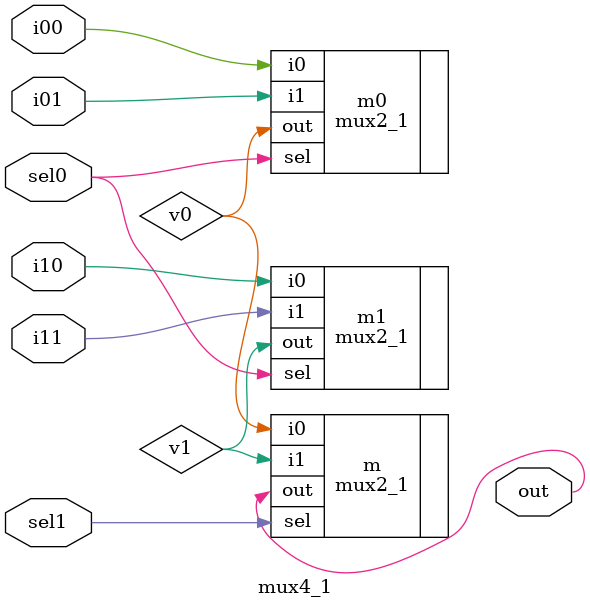
<source format=sv>
module mux4_1 (
  output logic out
  ,input  logic i00, i01, i10, i11, sel0, sel1
  );

  logic v0, v1;

  mux2_1 m0(.out(v0), .i0(i00), .i1(i01), .sel(sel0));
  mux2_1 m1(.out(v1), .i0(i10), .i1(i11), .sel(sel0));
  mux2_1 m (.out(out), .i0(v0), .i1(v1), .sel(sel1));
endmodule  // mux4_1

</source>
